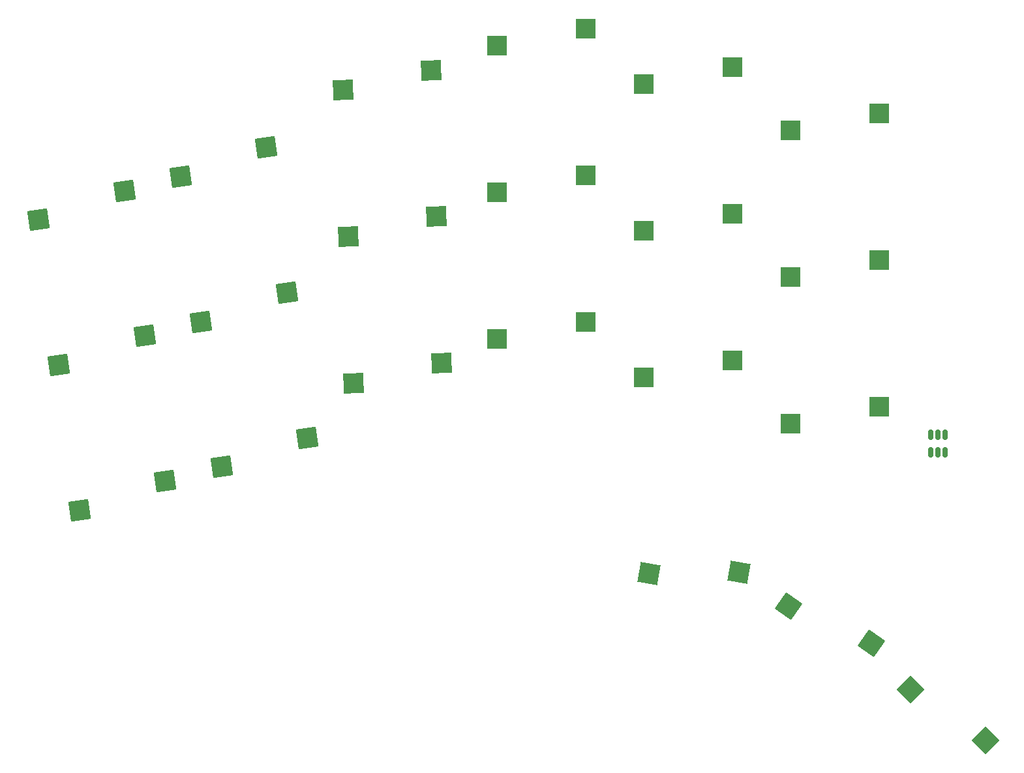
<source format=gtp>
%TF.GenerationSoftware,KiCad,Pcbnew,9.0.4*%
%TF.CreationDate,2025-09-06T18:01:24-05:00*%
%TF.ProjectId,esp32_s3_port,65737033-325f-4733-935f-706f72742e6b,rev?*%
%TF.SameCoordinates,Original*%
%TF.FileFunction,Paste,Top*%
%TF.FilePolarity,Positive*%
%FSLAX46Y46*%
G04 Gerber Fmt 4.6, Leading zero omitted, Abs format (unit mm)*
G04 Created by KiCad (PCBNEW 9.0.4) date 2025-09-06 18:01:24*
%MOMM*%
%LPD*%
G01*
G04 APERTURE LIST*
G04 Aperture macros list*
%AMRoundRect*
0 Rectangle with rounded corners*
0 $1 Rounding radius*
0 $2 $3 $4 $5 $6 $7 $8 $9 X,Y pos of 4 corners*
0 Add a 4 corners polygon primitive as box body*
4,1,4,$2,$3,$4,$5,$6,$7,$8,$9,$2,$3,0*
0 Add four circle primitives for the rounded corners*
1,1,$1+$1,$2,$3*
1,1,$1+$1,$4,$5*
1,1,$1+$1,$6,$7*
1,1,$1+$1,$8,$9*
0 Add four rect primitives between the rounded corners*
20,1,$1+$1,$2,$3,$4,$5,0*
20,1,$1+$1,$4,$5,$6,$7,0*
20,1,$1+$1,$6,$7,$8,$9,0*
20,1,$1+$1,$8,$9,$2,$3,0*%
%AMRotRect*
0 Rectangle, with rotation*
0 The origin of the aperture is its center*
0 $1 length*
0 $2 width*
0 $3 Rotation angle, in degrees counterclockwise*
0 Add horizontal line*
21,1,$1,$2,0,0,$3*%
G04 Aperture macros list end*
%ADD10RoundRect,0.150000X0.150000X-0.512500X0.150000X0.512500X-0.150000X0.512500X-0.150000X-0.512500X0*%
%ADD11R,2.600000X2.600000*%
%ADD12RotRect,2.600000X2.600000X315.000000*%
%ADD13RotRect,2.600000X2.600000X8.000000*%
%ADD14RotRect,2.600000X2.600000X350.000000*%
%ADD15RotRect,2.600000X2.600000X2.000000*%
%ADD16RotRect,2.600000X2.600000X325.000000*%
G04 APERTURE END LIST*
D10*
%TO.C,U1*%
X148275000Y-96890000D03*
X149225000Y-96890000D03*
X150175000Y-96890000D03*
X150175000Y-94615000D03*
X149225000Y-94615000D03*
X148275000Y-94615000D03*
%TD*%
D11*
%TO.C,SW10*%
X130074999Y-74128947D03*
X141624999Y-71928947D03*
%TD*%
D12*
%TO.C,SW21*%
X145665899Y-127726840D03*
X155388617Y-134338288D03*
%TD*%
D11*
%TO.C,SW4*%
X130074999Y-55078947D03*
X141624999Y-52878947D03*
%TD*%
D13*
%TO.C,SW5*%
X50920725Y-61087853D03*
X62052140Y-57301814D03*
%TD*%
D11*
%TO.C,SW12*%
X91974999Y-82150000D03*
X103524999Y-79950000D03*
%TD*%
%TO.C,SW6*%
X91974999Y-63100000D03*
X103524999Y-60900000D03*
%TD*%
D14*
%TO.C,SW19*%
X111672599Y-112672350D03*
X123429154Y-112511410D03*
%TD*%
D11*
%TO.C,SW14*%
X111024999Y-87163158D03*
X122574999Y-84963158D03*
%TD*%
%TO.C,SW16*%
X130074999Y-93178947D03*
X141624999Y-90978947D03*
%TD*%
D13*
%TO.C,SW17*%
X56223220Y-98817066D03*
X67354635Y-95031027D03*
%TD*%
D15*
%TO.C,SW9*%
X72656372Y-68897215D03*
X84122557Y-66295466D03*
%TD*%
D16*
%TO.C,SW20*%
X129852423Y-116914073D03*
X140575498Y-121736746D03*
%TD*%
D13*
%TO.C,SW18*%
X37777232Y-104446936D03*
X48908647Y-100660897D03*
%TD*%
D15*
%TO.C,SW3*%
X71991537Y-49858820D03*
X83457722Y-47257071D03*
%TD*%
D13*
%TO.C,SW11*%
X53571973Y-79952459D03*
X64703388Y-76166420D03*
%TD*%
%TO.C,SW7*%
X32474737Y-66717722D03*
X43606152Y-62931683D03*
%TD*%
D11*
%TO.C,SW8*%
X111024999Y-68113158D03*
X122574999Y-65913158D03*
%TD*%
D13*
%TO.C,SW13*%
X35125984Y-85582329D03*
X46257399Y-81796290D03*
%TD*%
D11*
%TO.C,SW1*%
X91974999Y-44050000D03*
X103524999Y-41850000D03*
%TD*%
%TO.C,SW2*%
X111024999Y-49063158D03*
X122574999Y-46863158D03*
%TD*%
D15*
%TO.C,SW15*%
X73321207Y-87935610D03*
X84787392Y-85333861D03*
%TD*%
M02*

</source>
